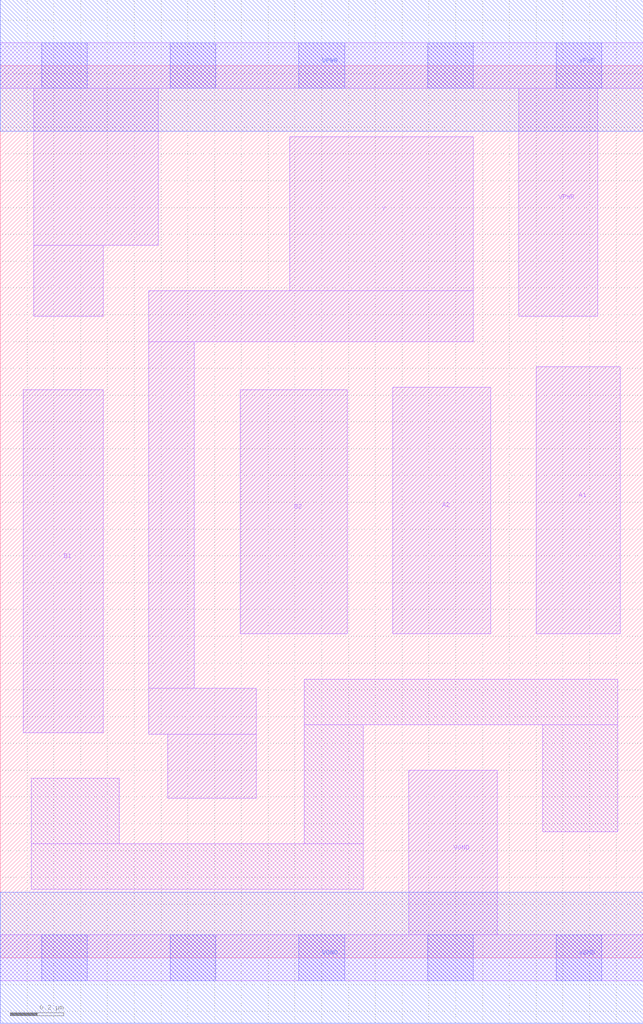
<source format=lef>
# Copyright 2020 The SkyWater PDK Authors
#
# Licensed under the Apache License, Version 2.0 (the "License");
# you may not use this file except in compliance with the License.
# You may obtain a copy of the License at
#
#     https://www.apache.org/licenses/LICENSE-2.0
#
# Unless required by applicable law or agreed to in writing, software
# distributed under the License is distributed on an "AS IS" BASIS,
# WITHOUT WARRANTIES OR CONDITIONS OF ANY KIND, either express or implied.
# See the License for the specific language governing permissions and
# limitations under the License.
#
# SPDX-License-Identifier: Apache-2.0

VERSION 5.7 ;
  NAMESCASESENSITIVE ON ;
  NOWIREEXTENSIONATPIN ON ;
  DIVIDERCHAR "/" ;
  BUSBITCHARS "[]" ;
UNITS
  DATABASE MICRONS 200 ;
END UNITS
MACRO sky130_fd_sc_lp__o22ai_0
  CLASS CORE ;
  SOURCE USER ;
  FOREIGN sky130_fd_sc_lp__o22ai_0 ;
  ORIGIN  0.000000  0.000000 ;
  SIZE  2.400000 BY  3.330000 ;
  SYMMETRY X Y R90 ;
  SITE unit ;
  PIN A1
    ANTENNAGATEAREA  0.159000 ;
    DIRECTION INPUT ;
    USE SIGNAL ;
    PORT
      LAYER li1 ;
        RECT 2.000000 1.210000 2.315000 2.205000 ;
    END
  END A1
  PIN A2
    ANTENNAGATEAREA  0.159000 ;
    DIRECTION INPUT ;
    USE SIGNAL ;
    PORT
      LAYER li1 ;
        RECT 1.465000 1.210000 1.830000 2.130000 ;
    END
  END A2
  PIN B1
    ANTENNAGATEAREA  0.159000 ;
    DIRECTION INPUT ;
    USE SIGNAL ;
    PORT
      LAYER li1 ;
        RECT 0.085000 0.840000 0.385000 2.120000 ;
    END
  END B1
  PIN B2
    ANTENNAGATEAREA  0.159000 ;
    DIRECTION INPUT ;
    USE SIGNAL ;
    PORT
      LAYER li1 ;
        RECT 0.895000 1.210000 1.295000 2.120000 ;
    END
  END B2
  PIN Y
    ANTENNADIFFAREA  0.328300 ;
    DIRECTION OUTPUT ;
    USE SIGNAL ;
    PORT
      LAYER li1 ;
        RECT 0.555000 0.835000 0.955000 1.005000 ;
        RECT 0.555000 1.005000 0.725000 2.300000 ;
        RECT 0.555000 2.300000 1.765000 2.490000 ;
        RECT 0.625000 0.595000 0.955000 0.835000 ;
        RECT 1.080000 2.490000 1.765000 3.065000 ;
    END
  END Y
  PIN VGND
    DIRECTION INOUT ;
    USE GROUND ;
    PORT
      LAYER li1 ;
        RECT 0.000000 -0.085000 2.400000 0.085000 ;
        RECT 1.525000  0.085000 1.855000 0.700000 ;
      LAYER mcon ;
        RECT 0.155000 -0.085000 0.325000 0.085000 ;
        RECT 0.635000 -0.085000 0.805000 0.085000 ;
        RECT 1.115000 -0.085000 1.285000 0.085000 ;
        RECT 1.595000 -0.085000 1.765000 0.085000 ;
        RECT 2.075000 -0.085000 2.245000 0.085000 ;
      LAYER met1 ;
        RECT 0.000000 -0.245000 2.400000 0.245000 ;
    END
  END VGND
  PIN VPWR
    DIRECTION INOUT ;
    USE POWER ;
    PORT
      LAYER li1 ;
        RECT 0.000000 3.245000 2.400000 3.415000 ;
        RECT 0.125000 2.395000 0.385000 2.660000 ;
        RECT 0.125000 2.660000 0.590000 3.245000 ;
        RECT 1.935000 2.395000 2.230000 3.245000 ;
      LAYER mcon ;
        RECT 0.155000 3.245000 0.325000 3.415000 ;
        RECT 0.635000 3.245000 0.805000 3.415000 ;
        RECT 1.115000 3.245000 1.285000 3.415000 ;
        RECT 1.595000 3.245000 1.765000 3.415000 ;
        RECT 2.075000 3.245000 2.245000 3.415000 ;
      LAYER met1 ;
        RECT 0.000000 3.085000 2.400000 3.575000 ;
    END
  END VPWR
  OBS
    LAYER li1 ;
      RECT 0.115000 0.255000 1.355000 0.425000 ;
      RECT 0.115000 0.425000 0.445000 0.670000 ;
      RECT 1.135000 0.425000 1.355000 0.870000 ;
      RECT 1.135000 0.870000 2.305000 1.040000 ;
      RECT 2.025000 0.470000 2.305000 0.870000 ;
  END
END sky130_fd_sc_lp__o22ai_0

</source>
